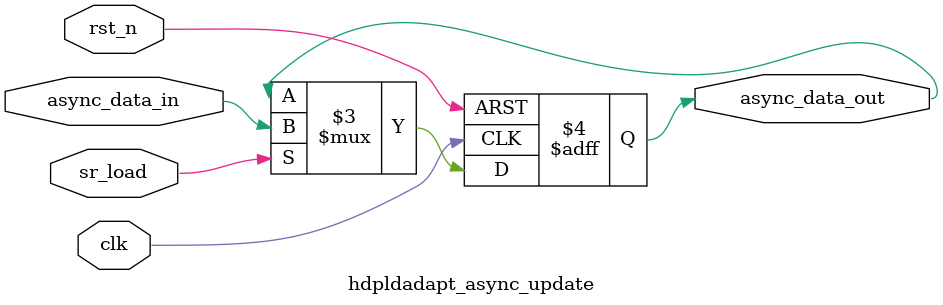
<source format=v>
module hdpldadapt_async_update 
 #(
    parameter AWIDTH    = 1,    // Async input width
    parameter RESET_VAL = 0     // Reset value
  )
(
input  wire              clk,     
input  wire              rst_n,   
input  wire              sr_load,
input  wire [AWIDTH-1:0] async_data_in, 
output reg  [AWIDTH-1:0] async_data_out 
);

localparam reset_value = (RESET_VAL == 1) ? 1'b1 : 1'b0;

always @(negedge rst_n or posedge clk)
  if (rst_n == 1'b0)
    begin
      async_data_out[AWIDTH-1:0] <= {(AWIDTH){reset_value}};
    end
  else
    begin
      async_data_out[AWIDTH-1:0] <= sr_load ? async_data_in[AWIDTH-1:0] : async_data_out[AWIDTH-1:0];
    end


endmodule


</source>
